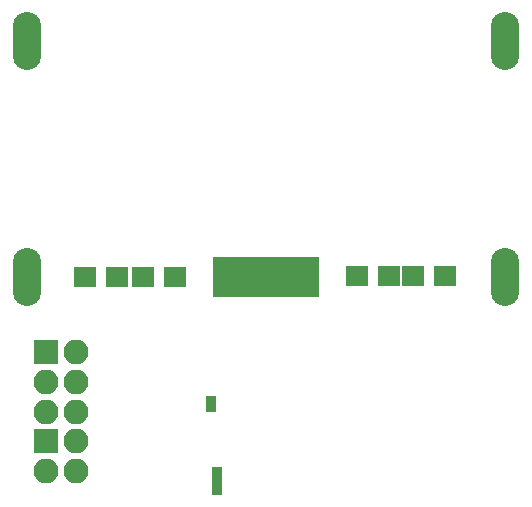
<source format=gbr>
G04 #@! TF.FileFunction,Soldermask,Top*
%FSLAX46Y46*%
G04 Gerber Fmt 4.6, Leading zero omitted, Abs format (unit mm)*
G04 Created by KiCad (PCBNEW 4.0.7) date Mon Aug 27 18:32:32 2018*
%MOMM*%
%LPD*%
G01*
G04 APERTURE LIST*
%ADD10C,0.100000*%
%ADD11R,2.100000X2.100000*%
%ADD12O,2.100000X2.100000*%
%ADD13R,1.900000X1.700000*%
%ADD14C,1.900000*%
%ADD15O,2.400000X4.900000*%
%ADD16R,1.000000X3.400000*%
%ADD17R,0.900000X2.400000*%
%ADD18R,0.900000X1.400000*%
G04 APERTURE END LIST*
D10*
D11*
X40460000Y-108920000D03*
D12*
X43000000Y-108920000D03*
X40460000Y-111460000D03*
X43000000Y-111460000D03*
X40460000Y-114000000D03*
X43000000Y-114000000D03*
D11*
X40460000Y-116460000D03*
D12*
X43000000Y-116460000D03*
X40460000Y-119000000D03*
X43000000Y-119000000D03*
D13*
X51410000Y-102530000D03*
X48710000Y-102530000D03*
X66800000Y-102480000D03*
X69500000Y-102480000D03*
D14*
X38850000Y-82050000D03*
X38850000Y-83300000D03*
X79350000Y-81800000D03*
X79350000Y-83050000D03*
X79350000Y-81300000D03*
X79350000Y-83800000D03*
X79350000Y-101300000D03*
X79350000Y-101800000D03*
X79350000Y-103800000D03*
X79350000Y-103300000D03*
X38850000Y-81300000D03*
X38850000Y-83800000D03*
X38850000Y-102050000D03*
D15*
X38850000Y-82550000D03*
X79350000Y-82550000D03*
X38850000Y-102550000D03*
X79350000Y-102550000D03*
D16*
X55100000Y-102550000D03*
X56100000Y-102550000D03*
X57100000Y-102550000D03*
X58100000Y-102550000D03*
X63100000Y-102550000D03*
X62100000Y-102550000D03*
X59100000Y-102550000D03*
X60100000Y-102550000D03*
X61100000Y-102550000D03*
D14*
X38850000Y-103800000D03*
X38850000Y-101300000D03*
X38850000Y-103300000D03*
D13*
X46500000Y-102530000D03*
X43800000Y-102530000D03*
X74250000Y-102460000D03*
X71550000Y-102460000D03*
D17*
X54930000Y-119820000D03*
D18*
X54430000Y-113320000D03*
M02*

</source>
